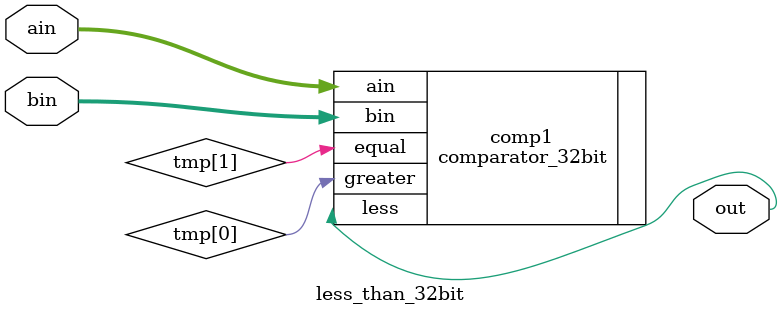
<source format=v>
module less_than_32bit (
	output out,
	input [31:0] ain,
	input [31:0] bin
);

	wire tmp [1:0];

	comparator_32bit comp1 (
		.greater(tmp[0]),
		.less(out),
		.equal(tmp[1]),
		.ain(ain),
		.bin(bin)
	);

endmodule
</source>
